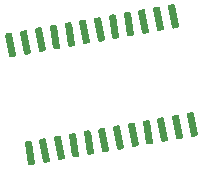
<source format=gbr>
G04 #@! TF.GenerationSoftware,KiCad,Pcbnew,(5.1.2-1)-1*
G04 #@! TF.CreationDate,2021-05-12T23:50:41-04:00*
G04 #@! TF.ProjectId,Sequencer - MFOS,53657175-656e-4636-9572-202d204d464f,rev?*
G04 #@! TF.SameCoordinates,Original*
G04 #@! TF.FileFunction,Paste,Top*
G04 #@! TF.FilePolarity,Positive*
%FSLAX46Y46*%
G04 Gerber Fmt 4.6, Leading zero omitted, Abs format (unit mm)*
G04 Created by KiCad (PCBNEW (5.1.2-1)-1) date 2021-05-12 23:50:41*
%MOMM*%
%LPD*%
G04 APERTURE LIST*
%ADD10C,0.100000*%
%ADD11C,0.600000*%
G04 APERTURE END LIST*
D10*
G36*
X42892142Y-80480194D02*
G01*
X42906652Y-80482671D01*
X42920850Y-80486558D01*
X42934598Y-80491818D01*
X42947765Y-80498401D01*
X42960223Y-80506242D01*
X42971852Y-80515267D01*
X42982541Y-80525388D01*
X42992186Y-80536508D01*
X43000695Y-80548520D01*
X43007985Y-80561308D01*
X43013987Y-80574749D01*
X43018643Y-80588714D01*
X43021907Y-80603068D01*
X43325791Y-82326482D01*
X43327633Y-82341086D01*
X43328034Y-82355801D01*
X43326991Y-82370485D01*
X43324514Y-82384995D01*
X43320627Y-82399193D01*
X43315367Y-82412941D01*
X43308784Y-82426108D01*
X43300943Y-82438565D01*
X43291918Y-82450195D01*
X43281797Y-82460884D01*
X43270677Y-82470529D01*
X43258665Y-82479038D01*
X43245877Y-82486328D01*
X43232436Y-82492330D01*
X43218471Y-82496986D01*
X43204117Y-82500250D01*
X42908675Y-82552344D01*
X42894070Y-82554186D01*
X42879356Y-82554587D01*
X42864672Y-82553544D01*
X42850162Y-82551067D01*
X42835964Y-82547180D01*
X42822216Y-82541920D01*
X42809049Y-82535337D01*
X42796591Y-82527496D01*
X42784962Y-82518471D01*
X42774273Y-82508350D01*
X42764628Y-82497230D01*
X42756119Y-82485218D01*
X42748829Y-82472430D01*
X42742827Y-82458989D01*
X42738171Y-82445024D01*
X42734907Y-82430670D01*
X42431023Y-80707256D01*
X42429181Y-80692652D01*
X42428780Y-80677937D01*
X42429823Y-80663253D01*
X42432300Y-80648743D01*
X42436187Y-80634545D01*
X42441447Y-80620797D01*
X42448030Y-80607630D01*
X42455871Y-80595173D01*
X42464896Y-80583543D01*
X42475017Y-80572854D01*
X42486137Y-80563209D01*
X42498149Y-80554700D01*
X42510937Y-80547410D01*
X42524378Y-80541408D01*
X42538343Y-80536752D01*
X42552697Y-80533488D01*
X42848139Y-80481394D01*
X42862744Y-80479552D01*
X42877458Y-80479151D01*
X42892142Y-80480194D01*
X42892142Y-80480194D01*
G37*
D11*
X42878407Y-81516869D03*
D10*
G36*
X41641436Y-80700727D02*
G01*
X41655946Y-80703204D01*
X41670144Y-80707091D01*
X41683892Y-80712351D01*
X41697059Y-80718934D01*
X41709517Y-80726775D01*
X41721146Y-80735800D01*
X41731835Y-80745921D01*
X41741480Y-80757041D01*
X41749989Y-80769053D01*
X41757279Y-80781841D01*
X41763281Y-80795282D01*
X41767937Y-80809247D01*
X41771201Y-80823601D01*
X42075085Y-82547015D01*
X42076927Y-82561619D01*
X42077328Y-82576334D01*
X42076285Y-82591018D01*
X42073808Y-82605528D01*
X42069921Y-82619726D01*
X42064661Y-82633474D01*
X42058078Y-82646641D01*
X42050237Y-82659098D01*
X42041212Y-82670728D01*
X42031091Y-82681417D01*
X42019971Y-82691062D01*
X42007959Y-82699571D01*
X41995171Y-82706861D01*
X41981730Y-82712863D01*
X41967765Y-82717519D01*
X41953411Y-82720783D01*
X41657969Y-82772877D01*
X41643364Y-82774719D01*
X41628650Y-82775120D01*
X41613966Y-82774077D01*
X41599456Y-82771600D01*
X41585258Y-82767713D01*
X41571510Y-82762453D01*
X41558343Y-82755870D01*
X41545885Y-82748029D01*
X41534256Y-82739004D01*
X41523567Y-82728883D01*
X41513922Y-82717763D01*
X41505413Y-82705751D01*
X41498123Y-82692963D01*
X41492121Y-82679522D01*
X41487465Y-82665557D01*
X41484201Y-82651203D01*
X41180317Y-80927789D01*
X41178475Y-80913185D01*
X41178074Y-80898470D01*
X41179117Y-80883786D01*
X41181594Y-80869276D01*
X41185481Y-80855078D01*
X41190741Y-80841330D01*
X41197324Y-80828163D01*
X41205165Y-80815706D01*
X41214190Y-80804076D01*
X41224311Y-80793387D01*
X41235431Y-80783742D01*
X41247443Y-80775233D01*
X41260231Y-80767943D01*
X41273672Y-80761941D01*
X41287637Y-80757285D01*
X41301991Y-80754021D01*
X41597433Y-80701927D01*
X41612038Y-80700085D01*
X41626752Y-80699684D01*
X41641436Y-80700727D01*
X41641436Y-80700727D01*
G37*
D11*
X41627701Y-81737402D03*
D10*
G36*
X40390730Y-80921260D02*
G01*
X40405240Y-80923737D01*
X40419438Y-80927624D01*
X40433186Y-80932884D01*
X40446353Y-80939467D01*
X40458811Y-80947308D01*
X40470440Y-80956333D01*
X40481129Y-80966454D01*
X40490774Y-80977574D01*
X40499283Y-80989586D01*
X40506573Y-81002374D01*
X40512575Y-81015815D01*
X40517231Y-81029780D01*
X40520495Y-81044134D01*
X40824379Y-82767548D01*
X40826221Y-82782152D01*
X40826622Y-82796867D01*
X40825579Y-82811551D01*
X40823102Y-82826061D01*
X40819215Y-82840259D01*
X40813955Y-82854007D01*
X40807372Y-82867174D01*
X40799531Y-82879631D01*
X40790506Y-82891261D01*
X40780385Y-82901950D01*
X40769265Y-82911595D01*
X40757253Y-82920104D01*
X40744465Y-82927394D01*
X40731024Y-82933396D01*
X40717059Y-82938052D01*
X40702705Y-82941316D01*
X40407263Y-82993410D01*
X40392658Y-82995252D01*
X40377944Y-82995653D01*
X40363260Y-82994610D01*
X40348750Y-82992133D01*
X40334552Y-82988246D01*
X40320804Y-82982986D01*
X40307637Y-82976403D01*
X40295179Y-82968562D01*
X40283550Y-82959537D01*
X40272861Y-82949416D01*
X40263216Y-82938296D01*
X40254707Y-82926284D01*
X40247417Y-82913496D01*
X40241415Y-82900055D01*
X40236759Y-82886090D01*
X40233495Y-82871736D01*
X39929611Y-81148322D01*
X39927769Y-81133718D01*
X39927368Y-81119003D01*
X39928411Y-81104319D01*
X39930888Y-81089809D01*
X39934775Y-81075611D01*
X39940035Y-81061863D01*
X39946618Y-81048696D01*
X39954459Y-81036239D01*
X39963484Y-81024609D01*
X39973605Y-81013920D01*
X39984725Y-81004275D01*
X39996737Y-80995766D01*
X40009525Y-80988476D01*
X40022966Y-80982474D01*
X40036931Y-80977818D01*
X40051285Y-80974554D01*
X40346727Y-80922460D01*
X40361332Y-80920618D01*
X40376046Y-80920217D01*
X40390730Y-80921260D01*
X40390730Y-80921260D01*
G37*
D11*
X40376995Y-81957935D03*
D10*
G36*
X39140025Y-81141793D02*
G01*
X39154535Y-81144270D01*
X39168733Y-81148157D01*
X39182481Y-81153417D01*
X39195648Y-81160000D01*
X39208106Y-81167841D01*
X39219735Y-81176866D01*
X39230424Y-81186987D01*
X39240069Y-81198107D01*
X39248578Y-81210119D01*
X39255868Y-81222907D01*
X39261870Y-81236348D01*
X39266526Y-81250313D01*
X39269790Y-81264667D01*
X39573674Y-82988081D01*
X39575516Y-83002685D01*
X39575917Y-83017400D01*
X39574874Y-83032084D01*
X39572397Y-83046594D01*
X39568510Y-83060792D01*
X39563250Y-83074540D01*
X39556667Y-83087707D01*
X39548826Y-83100164D01*
X39539801Y-83111794D01*
X39529680Y-83122483D01*
X39518560Y-83132128D01*
X39506548Y-83140637D01*
X39493760Y-83147927D01*
X39480319Y-83153929D01*
X39466354Y-83158585D01*
X39452000Y-83161849D01*
X39156558Y-83213943D01*
X39141953Y-83215785D01*
X39127239Y-83216186D01*
X39112555Y-83215143D01*
X39098045Y-83212666D01*
X39083847Y-83208779D01*
X39070099Y-83203519D01*
X39056932Y-83196936D01*
X39044474Y-83189095D01*
X39032845Y-83180070D01*
X39022156Y-83169949D01*
X39012511Y-83158829D01*
X39004002Y-83146817D01*
X38996712Y-83134029D01*
X38990710Y-83120588D01*
X38986054Y-83106623D01*
X38982790Y-83092269D01*
X38678906Y-81368855D01*
X38677064Y-81354251D01*
X38676663Y-81339536D01*
X38677706Y-81324852D01*
X38680183Y-81310342D01*
X38684070Y-81296144D01*
X38689330Y-81282396D01*
X38695913Y-81269229D01*
X38703754Y-81256772D01*
X38712779Y-81245142D01*
X38722900Y-81234453D01*
X38734020Y-81224808D01*
X38746032Y-81216299D01*
X38758820Y-81209009D01*
X38772261Y-81203007D01*
X38786226Y-81198351D01*
X38800580Y-81195087D01*
X39096022Y-81142993D01*
X39110627Y-81141151D01*
X39125341Y-81140750D01*
X39140025Y-81141793D01*
X39140025Y-81141793D01*
G37*
D11*
X39126290Y-82178468D03*
D10*
G36*
X37889319Y-81362326D02*
G01*
X37903829Y-81364803D01*
X37918027Y-81368690D01*
X37931775Y-81373950D01*
X37944942Y-81380533D01*
X37957400Y-81388374D01*
X37969029Y-81397399D01*
X37979718Y-81407520D01*
X37989363Y-81418640D01*
X37997872Y-81430652D01*
X38005162Y-81443440D01*
X38011164Y-81456881D01*
X38015820Y-81470846D01*
X38019084Y-81485200D01*
X38322968Y-83208614D01*
X38324810Y-83223218D01*
X38325211Y-83237933D01*
X38324168Y-83252617D01*
X38321691Y-83267127D01*
X38317804Y-83281325D01*
X38312544Y-83295073D01*
X38305961Y-83308240D01*
X38298120Y-83320697D01*
X38289095Y-83332327D01*
X38278974Y-83343016D01*
X38267854Y-83352661D01*
X38255842Y-83361170D01*
X38243054Y-83368460D01*
X38229613Y-83374462D01*
X38215648Y-83379118D01*
X38201294Y-83382382D01*
X37905852Y-83434476D01*
X37891247Y-83436318D01*
X37876533Y-83436719D01*
X37861849Y-83435676D01*
X37847339Y-83433199D01*
X37833141Y-83429312D01*
X37819393Y-83424052D01*
X37806226Y-83417469D01*
X37793768Y-83409628D01*
X37782139Y-83400603D01*
X37771450Y-83390482D01*
X37761805Y-83379362D01*
X37753296Y-83367350D01*
X37746006Y-83354562D01*
X37740004Y-83341121D01*
X37735348Y-83327156D01*
X37732084Y-83312802D01*
X37428200Y-81589388D01*
X37426358Y-81574784D01*
X37425957Y-81560069D01*
X37427000Y-81545385D01*
X37429477Y-81530875D01*
X37433364Y-81516677D01*
X37438624Y-81502929D01*
X37445207Y-81489762D01*
X37453048Y-81477305D01*
X37462073Y-81465675D01*
X37472194Y-81454986D01*
X37483314Y-81445341D01*
X37495326Y-81436832D01*
X37508114Y-81429542D01*
X37521555Y-81423540D01*
X37535520Y-81418884D01*
X37549874Y-81415620D01*
X37845316Y-81363526D01*
X37859921Y-81361684D01*
X37874635Y-81361283D01*
X37889319Y-81362326D01*
X37889319Y-81362326D01*
G37*
D11*
X37875584Y-82399001D03*
D10*
G36*
X36638613Y-81582859D02*
G01*
X36653123Y-81585336D01*
X36667321Y-81589223D01*
X36681069Y-81594483D01*
X36694236Y-81601066D01*
X36706694Y-81608907D01*
X36718323Y-81617932D01*
X36729012Y-81628053D01*
X36738657Y-81639173D01*
X36747166Y-81651185D01*
X36754456Y-81663973D01*
X36760458Y-81677414D01*
X36765114Y-81691379D01*
X36768378Y-81705733D01*
X37072262Y-83429147D01*
X37074104Y-83443751D01*
X37074505Y-83458466D01*
X37073462Y-83473150D01*
X37070985Y-83487660D01*
X37067098Y-83501858D01*
X37061838Y-83515606D01*
X37055255Y-83528773D01*
X37047414Y-83541230D01*
X37038389Y-83552860D01*
X37028268Y-83563549D01*
X37017148Y-83573194D01*
X37005136Y-83581703D01*
X36992348Y-83588993D01*
X36978907Y-83594995D01*
X36964942Y-83599651D01*
X36950588Y-83602915D01*
X36655146Y-83655009D01*
X36640541Y-83656851D01*
X36625827Y-83657252D01*
X36611143Y-83656209D01*
X36596633Y-83653732D01*
X36582435Y-83649845D01*
X36568687Y-83644585D01*
X36555520Y-83638002D01*
X36543062Y-83630161D01*
X36531433Y-83621136D01*
X36520744Y-83611015D01*
X36511099Y-83599895D01*
X36502590Y-83587883D01*
X36495300Y-83575095D01*
X36489298Y-83561654D01*
X36484642Y-83547689D01*
X36481378Y-83533335D01*
X36177494Y-81809921D01*
X36175652Y-81795317D01*
X36175251Y-81780602D01*
X36176294Y-81765918D01*
X36178771Y-81751408D01*
X36182658Y-81737210D01*
X36187918Y-81723462D01*
X36194501Y-81710295D01*
X36202342Y-81697838D01*
X36211367Y-81686208D01*
X36221488Y-81675519D01*
X36232608Y-81665874D01*
X36244620Y-81657365D01*
X36257408Y-81650075D01*
X36270849Y-81644073D01*
X36284814Y-81639417D01*
X36299168Y-81636153D01*
X36594610Y-81584059D01*
X36609215Y-81582217D01*
X36623929Y-81581816D01*
X36638613Y-81582859D01*
X36638613Y-81582859D01*
G37*
D11*
X36624878Y-82619534D03*
D10*
G36*
X35387907Y-81803393D02*
G01*
X35402417Y-81805870D01*
X35416615Y-81809757D01*
X35430363Y-81815017D01*
X35443530Y-81821600D01*
X35455988Y-81829441D01*
X35467617Y-81838466D01*
X35478306Y-81848587D01*
X35487951Y-81859707D01*
X35496460Y-81871719D01*
X35503750Y-81884507D01*
X35509752Y-81897948D01*
X35514408Y-81911913D01*
X35517672Y-81926267D01*
X35821556Y-83649681D01*
X35823398Y-83664285D01*
X35823799Y-83679000D01*
X35822756Y-83693684D01*
X35820279Y-83708194D01*
X35816392Y-83722392D01*
X35811132Y-83736140D01*
X35804549Y-83749307D01*
X35796708Y-83761764D01*
X35787683Y-83773394D01*
X35777562Y-83784083D01*
X35766442Y-83793728D01*
X35754430Y-83802237D01*
X35741642Y-83809527D01*
X35728201Y-83815529D01*
X35714236Y-83820185D01*
X35699882Y-83823449D01*
X35404440Y-83875543D01*
X35389835Y-83877385D01*
X35375121Y-83877786D01*
X35360437Y-83876743D01*
X35345927Y-83874266D01*
X35331729Y-83870379D01*
X35317981Y-83865119D01*
X35304814Y-83858536D01*
X35292356Y-83850695D01*
X35280727Y-83841670D01*
X35270038Y-83831549D01*
X35260393Y-83820429D01*
X35251884Y-83808417D01*
X35244594Y-83795629D01*
X35238592Y-83782188D01*
X35233936Y-83768223D01*
X35230672Y-83753869D01*
X34926788Y-82030455D01*
X34924946Y-82015851D01*
X34924545Y-82001136D01*
X34925588Y-81986452D01*
X34928065Y-81971942D01*
X34931952Y-81957744D01*
X34937212Y-81943996D01*
X34943795Y-81930829D01*
X34951636Y-81918372D01*
X34960661Y-81906742D01*
X34970782Y-81896053D01*
X34981902Y-81886408D01*
X34993914Y-81877899D01*
X35006702Y-81870609D01*
X35020143Y-81864607D01*
X35034108Y-81859951D01*
X35048462Y-81856687D01*
X35343904Y-81804593D01*
X35358509Y-81802751D01*
X35373223Y-81802350D01*
X35387907Y-81803393D01*
X35387907Y-81803393D01*
G37*
D11*
X35374172Y-82840068D03*
D10*
G36*
X34137201Y-82023926D02*
G01*
X34151711Y-82026403D01*
X34165909Y-82030290D01*
X34179657Y-82035550D01*
X34192824Y-82042133D01*
X34205282Y-82049974D01*
X34216911Y-82058999D01*
X34227600Y-82069120D01*
X34237245Y-82080240D01*
X34245754Y-82092252D01*
X34253044Y-82105040D01*
X34259046Y-82118481D01*
X34263702Y-82132446D01*
X34266966Y-82146800D01*
X34570850Y-83870214D01*
X34572692Y-83884818D01*
X34573093Y-83899533D01*
X34572050Y-83914217D01*
X34569573Y-83928727D01*
X34565686Y-83942925D01*
X34560426Y-83956673D01*
X34553843Y-83969840D01*
X34546002Y-83982297D01*
X34536977Y-83993927D01*
X34526856Y-84004616D01*
X34515736Y-84014261D01*
X34503724Y-84022770D01*
X34490936Y-84030060D01*
X34477495Y-84036062D01*
X34463530Y-84040718D01*
X34449176Y-84043982D01*
X34153734Y-84096076D01*
X34139129Y-84097918D01*
X34124415Y-84098319D01*
X34109731Y-84097276D01*
X34095221Y-84094799D01*
X34081023Y-84090912D01*
X34067275Y-84085652D01*
X34054108Y-84079069D01*
X34041650Y-84071228D01*
X34030021Y-84062203D01*
X34019332Y-84052082D01*
X34009687Y-84040962D01*
X34001178Y-84028950D01*
X33993888Y-84016162D01*
X33987886Y-84002721D01*
X33983230Y-83988756D01*
X33979966Y-83974402D01*
X33676082Y-82250988D01*
X33674240Y-82236384D01*
X33673839Y-82221669D01*
X33674882Y-82206985D01*
X33677359Y-82192475D01*
X33681246Y-82178277D01*
X33686506Y-82164529D01*
X33693089Y-82151362D01*
X33700930Y-82138905D01*
X33709955Y-82127275D01*
X33720076Y-82116586D01*
X33731196Y-82106941D01*
X33743208Y-82098432D01*
X33755996Y-82091142D01*
X33769437Y-82085140D01*
X33783402Y-82080484D01*
X33797756Y-82077220D01*
X34093198Y-82025126D01*
X34107803Y-82023284D01*
X34122517Y-82022883D01*
X34137201Y-82023926D01*
X34137201Y-82023926D01*
G37*
D11*
X34123466Y-83060601D03*
D10*
G36*
X32886495Y-82244459D02*
G01*
X32901005Y-82246936D01*
X32915203Y-82250823D01*
X32928951Y-82256083D01*
X32942118Y-82262666D01*
X32954576Y-82270507D01*
X32966205Y-82279532D01*
X32976894Y-82289653D01*
X32986539Y-82300773D01*
X32995048Y-82312785D01*
X33002338Y-82325573D01*
X33008340Y-82339014D01*
X33012996Y-82352979D01*
X33016260Y-82367333D01*
X33320144Y-84090747D01*
X33321986Y-84105351D01*
X33322387Y-84120066D01*
X33321344Y-84134750D01*
X33318867Y-84149260D01*
X33314980Y-84163458D01*
X33309720Y-84177206D01*
X33303137Y-84190373D01*
X33295296Y-84202830D01*
X33286271Y-84214460D01*
X33276150Y-84225149D01*
X33265030Y-84234794D01*
X33253018Y-84243303D01*
X33240230Y-84250593D01*
X33226789Y-84256595D01*
X33212824Y-84261251D01*
X33198470Y-84264515D01*
X32903028Y-84316609D01*
X32888423Y-84318451D01*
X32873709Y-84318852D01*
X32859025Y-84317809D01*
X32844515Y-84315332D01*
X32830317Y-84311445D01*
X32816569Y-84306185D01*
X32803402Y-84299602D01*
X32790944Y-84291761D01*
X32779315Y-84282736D01*
X32768626Y-84272615D01*
X32758981Y-84261495D01*
X32750472Y-84249483D01*
X32743182Y-84236695D01*
X32737180Y-84223254D01*
X32732524Y-84209289D01*
X32729260Y-84194935D01*
X32425376Y-82471521D01*
X32423534Y-82456917D01*
X32423133Y-82442202D01*
X32424176Y-82427518D01*
X32426653Y-82413008D01*
X32430540Y-82398810D01*
X32435800Y-82385062D01*
X32442383Y-82371895D01*
X32450224Y-82359438D01*
X32459249Y-82347808D01*
X32469370Y-82337119D01*
X32480490Y-82327474D01*
X32492502Y-82318965D01*
X32505290Y-82311675D01*
X32518731Y-82305673D01*
X32532696Y-82301017D01*
X32547050Y-82297753D01*
X32842492Y-82245659D01*
X32857097Y-82243817D01*
X32871811Y-82243416D01*
X32886495Y-82244459D01*
X32886495Y-82244459D01*
G37*
D11*
X32872760Y-83281134D03*
D10*
G36*
X31635790Y-82464992D02*
G01*
X31650300Y-82467469D01*
X31664498Y-82471356D01*
X31678246Y-82476616D01*
X31691413Y-82483199D01*
X31703871Y-82491040D01*
X31715500Y-82500065D01*
X31726189Y-82510186D01*
X31735834Y-82521306D01*
X31744343Y-82533318D01*
X31751633Y-82546106D01*
X31757635Y-82559547D01*
X31762291Y-82573512D01*
X31765555Y-82587866D01*
X32069439Y-84311280D01*
X32071281Y-84325884D01*
X32071682Y-84340599D01*
X32070639Y-84355283D01*
X32068162Y-84369793D01*
X32064275Y-84383991D01*
X32059015Y-84397739D01*
X32052432Y-84410906D01*
X32044591Y-84423363D01*
X32035566Y-84434993D01*
X32025445Y-84445682D01*
X32014325Y-84455327D01*
X32002313Y-84463836D01*
X31989525Y-84471126D01*
X31976084Y-84477128D01*
X31962119Y-84481784D01*
X31947765Y-84485048D01*
X31652323Y-84537142D01*
X31637718Y-84538984D01*
X31623004Y-84539385D01*
X31608320Y-84538342D01*
X31593810Y-84535865D01*
X31579612Y-84531978D01*
X31565864Y-84526718D01*
X31552697Y-84520135D01*
X31540239Y-84512294D01*
X31528610Y-84503269D01*
X31517921Y-84493148D01*
X31508276Y-84482028D01*
X31499767Y-84470016D01*
X31492477Y-84457228D01*
X31486475Y-84443787D01*
X31481819Y-84429822D01*
X31478555Y-84415468D01*
X31174671Y-82692054D01*
X31172829Y-82677450D01*
X31172428Y-82662735D01*
X31173471Y-82648051D01*
X31175948Y-82633541D01*
X31179835Y-82619343D01*
X31185095Y-82605595D01*
X31191678Y-82592428D01*
X31199519Y-82579971D01*
X31208544Y-82568341D01*
X31218665Y-82557652D01*
X31229785Y-82548007D01*
X31241797Y-82539498D01*
X31254585Y-82532208D01*
X31268026Y-82526206D01*
X31281991Y-82521550D01*
X31296345Y-82518286D01*
X31591787Y-82466192D01*
X31606392Y-82464350D01*
X31621106Y-82463949D01*
X31635790Y-82464992D01*
X31635790Y-82464992D01*
G37*
D11*
X31622055Y-83501667D03*
D10*
G36*
X30385084Y-82685525D02*
G01*
X30399594Y-82688002D01*
X30413792Y-82691889D01*
X30427540Y-82697149D01*
X30440707Y-82703732D01*
X30453165Y-82711573D01*
X30464794Y-82720598D01*
X30475483Y-82730719D01*
X30485128Y-82741839D01*
X30493637Y-82753851D01*
X30500927Y-82766639D01*
X30506929Y-82780080D01*
X30511585Y-82794045D01*
X30514849Y-82808399D01*
X30818733Y-84531813D01*
X30820575Y-84546417D01*
X30820976Y-84561132D01*
X30819933Y-84575816D01*
X30817456Y-84590326D01*
X30813569Y-84604524D01*
X30808309Y-84618272D01*
X30801726Y-84631439D01*
X30793885Y-84643896D01*
X30784860Y-84655526D01*
X30774739Y-84666215D01*
X30763619Y-84675860D01*
X30751607Y-84684369D01*
X30738819Y-84691659D01*
X30725378Y-84697661D01*
X30711413Y-84702317D01*
X30697059Y-84705581D01*
X30401617Y-84757675D01*
X30387012Y-84759517D01*
X30372298Y-84759918D01*
X30357614Y-84758875D01*
X30343104Y-84756398D01*
X30328906Y-84752511D01*
X30315158Y-84747251D01*
X30301991Y-84740668D01*
X30289533Y-84732827D01*
X30277904Y-84723802D01*
X30267215Y-84713681D01*
X30257570Y-84702561D01*
X30249061Y-84690549D01*
X30241771Y-84677761D01*
X30235769Y-84664320D01*
X30231113Y-84650355D01*
X30227849Y-84636001D01*
X29923965Y-82912587D01*
X29922123Y-82897983D01*
X29921722Y-82883268D01*
X29922765Y-82868584D01*
X29925242Y-82854074D01*
X29929129Y-82839876D01*
X29934389Y-82826128D01*
X29940972Y-82812961D01*
X29948813Y-82800504D01*
X29957838Y-82788874D01*
X29967959Y-82778185D01*
X29979079Y-82768540D01*
X29991091Y-82760031D01*
X30003879Y-82752741D01*
X30017320Y-82746739D01*
X30031285Y-82742083D01*
X30045639Y-82738819D01*
X30341081Y-82686725D01*
X30355686Y-82684883D01*
X30370400Y-82684482D01*
X30385084Y-82685525D01*
X30385084Y-82685525D01*
G37*
D11*
X30371349Y-83722200D03*
D10*
G36*
X29134378Y-82906059D02*
G01*
X29148888Y-82908536D01*
X29163086Y-82912423D01*
X29176834Y-82917683D01*
X29190001Y-82924266D01*
X29202459Y-82932107D01*
X29214088Y-82941132D01*
X29224777Y-82951253D01*
X29234422Y-82962373D01*
X29242931Y-82974385D01*
X29250221Y-82987173D01*
X29256223Y-83000614D01*
X29260879Y-83014579D01*
X29264143Y-83028933D01*
X29568027Y-84752347D01*
X29569869Y-84766951D01*
X29570270Y-84781666D01*
X29569227Y-84796350D01*
X29566750Y-84810860D01*
X29562863Y-84825058D01*
X29557603Y-84838806D01*
X29551020Y-84851973D01*
X29543179Y-84864430D01*
X29534154Y-84876060D01*
X29524033Y-84886749D01*
X29512913Y-84896394D01*
X29500901Y-84904903D01*
X29488113Y-84912193D01*
X29474672Y-84918195D01*
X29460707Y-84922851D01*
X29446353Y-84926115D01*
X29150911Y-84978209D01*
X29136306Y-84980051D01*
X29121592Y-84980452D01*
X29106908Y-84979409D01*
X29092398Y-84976932D01*
X29078200Y-84973045D01*
X29064452Y-84967785D01*
X29051285Y-84961202D01*
X29038827Y-84953361D01*
X29027198Y-84944336D01*
X29016509Y-84934215D01*
X29006864Y-84923095D01*
X28998355Y-84911083D01*
X28991065Y-84898295D01*
X28985063Y-84884854D01*
X28980407Y-84870889D01*
X28977143Y-84856535D01*
X28673259Y-83133121D01*
X28671417Y-83118517D01*
X28671016Y-83103802D01*
X28672059Y-83089118D01*
X28674536Y-83074608D01*
X28678423Y-83060410D01*
X28683683Y-83046662D01*
X28690266Y-83033495D01*
X28698107Y-83021038D01*
X28707132Y-83009408D01*
X28717253Y-82998719D01*
X28728373Y-82989074D01*
X28740385Y-82980565D01*
X28753173Y-82973275D01*
X28766614Y-82967273D01*
X28780579Y-82962617D01*
X28794933Y-82959353D01*
X29090375Y-82907259D01*
X29104980Y-82905417D01*
X29119694Y-82905016D01*
X29134378Y-82906059D01*
X29134378Y-82906059D01*
G37*
D11*
X29120643Y-83942734D03*
D10*
G36*
X27519450Y-73747346D02*
G01*
X27533960Y-73749823D01*
X27548158Y-73753710D01*
X27561906Y-73758970D01*
X27575073Y-73765553D01*
X27587531Y-73773394D01*
X27599160Y-73782419D01*
X27609849Y-73792540D01*
X27619494Y-73803660D01*
X27628003Y-73815672D01*
X27635293Y-73828460D01*
X27641295Y-73841901D01*
X27645951Y-73855866D01*
X27649215Y-73870220D01*
X27953099Y-75593634D01*
X27954941Y-75608238D01*
X27955342Y-75622953D01*
X27954299Y-75637637D01*
X27951822Y-75652147D01*
X27947935Y-75666345D01*
X27942675Y-75680093D01*
X27936092Y-75693260D01*
X27928251Y-75705717D01*
X27919226Y-75717347D01*
X27909105Y-75728036D01*
X27897985Y-75737681D01*
X27885973Y-75746190D01*
X27873185Y-75753480D01*
X27859744Y-75759482D01*
X27845779Y-75764138D01*
X27831425Y-75767402D01*
X27535983Y-75819496D01*
X27521378Y-75821338D01*
X27506664Y-75821739D01*
X27491980Y-75820696D01*
X27477470Y-75818219D01*
X27463272Y-75814332D01*
X27449524Y-75809072D01*
X27436357Y-75802489D01*
X27423899Y-75794648D01*
X27412270Y-75785623D01*
X27401581Y-75775502D01*
X27391936Y-75764382D01*
X27383427Y-75752370D01*
X27376137Y-75739582D01*
X27370135Y-75726141D01*
X27365479Y-75712176D01*
X27362215Y-75697822D01*
X27058331Y-73974408D01*
X27056489Y-73959804D01*
X27056088Y-73945089D01*
X27057131Y-73930405D01*
X27059608Y-73915895D01*
X27063495Y-73901697D01*
X27068755Y-73887949D01*
X27075338Y-73874782D01*
X27083179Y-73862325D01*
X27092204Y-73850695D01*
X27102325Y-73840006D01*
X27113445Y-73830361D01*
X27125457Y-73821852D01*
X27138245Y-73814562D01*
X27151686Y-73808560D01*
X27165651Y-73803904D01*
X27180005Y-73800640D01*
X27475447Y-73748546D01*
X27490052Y-73746704D01*
X27504766Y-73746303D01*
X27519450Y-73747346D01*
X27519450Y-73747346D01*
G37*
D11*
X27505715Y-74784021D03*
D10*
G36*
X28770156Y-73526813D02*
G01*
X28784666Y-73529290D01*
X28798864Y-73533177D01*
X28812612Y-73538437D01*
X28825779Y-73545020D01*
X28838237Y-73552861D01*
X28849866Y-73561886D01*
X28860555Y-73572007D01*
X28870200Y-73583127D01*
X28878709Y-73595139D01*
X28885999Y-73607927D01*
X28892001Y-73621368D01*
X28896657Y-73635333D01*
X28899921Y-73649687D01*
X29203805Y-75373101D01*
X29205647Y-75387705D01*
X29206048Y-75402420D01*
X29205005Y-75417104D01*
X29202528Y-75431614D01*
X29198641Y-75445812D01*
X29193381Y-75459560D01*
X29186798Y-75472727D01*
X29178957Y-75485184D01*
X29169932Y-75496814D01*
X29159811Y-75507503D01*
X29148691Y-75517148D01*
X29136679Y-75525657D01*
X29123891Y-75532947D01*
X29110450Y-75538949D01*
X29096485Y-75543605D01*
X29082131Y-75546869D01*
X28786689Y-75598963D01*
X28772084Y-75600805D01*
X28757370Y-75601206D01*
X28742686Y-75600163D01*
X28728176Y-75597686D01*
X28713978Y-75593799D01*
X28700230Y-75588539D01*
X28687063Y-75581956D01*
X28674605Y-75574115D01*
X28662976Y-75565090D01*
X28652287Y-75554969D01*
X28642642Y-75543849D01*
X28634133Y-75531837D01*
X28626843Y-75519049D01*
X28620841Y-75505608D01*
X28616185Y-75491643D01*
X28612921Y-75477289D01*
X28309037Y-73753875D01*
X28307195Y-73739271D01*
X28306794Y-73724556D01*
X28307837Y-73709872D01*
X28310314Y-73695362D01*
X28314201Y-73681164D01*
X28319461Y-73667416D01*
X28326044Y-73654249D01*
X28333885Y-73641792D01*
X28342910Y-73630162D01*
X28353031Y-73619473D01*
X28364151Y-73609828D01*
X28376163Y-73601319D01*
X28388951Y-73594029D01*
X28402392Y-73588027D01*
X28416357Y-73583371D01*
X28430711Y-73580107D01*
X28726153Y-73528013D01*
X28740758Y-73526171D01*
X28755472Y-73525770D01*
X28770156Y-73526813D01*
X28770156Y-73526813D01*
G37*
D11*
X28756421Y-74563488D03*
D10*
G36*
X30020862Y-73306280D02*
G01*
X30035372Y-73308757D01*
X30049570Y-73312644D01*
X30063318Y-73317904D01*
X30076485Y-73324487D01*
X30088943Y-73332328D01*
X30100572Y-73341353D01*
X30111261Y-73351474D01*
X30120906Y-73362594D01*
X30129415Y-73374606D01*
X30136705Y-73387394D01*
X30142707Y-73400835D01*
X30147363Y-73414800D01*
X30150627Y-73429154D01*
X30454511Y-75152568D01*
X30456353Y-75167172D01*
X30456754Y-75181887D01*
X30455711Y-75196571D01*
X30453234Y-75211081D01*
X30449347Y-75225279D01*
X30444087Y-75239027D01*
X30437504Y-75252194D01*
X30429663Y-75264651D01*
X30420638Y-75276281D01*
X30410517Y-75286970D01*
X30399397Y-75296615D01*
X30387385Y-75305124D01*
X30374597Y-75312414D01*
X30361156Y-75318416D01*
X30347191Y-75323072D01*
X30332837Y-75326336D01*
X30037395Y-75378430D01*
X30022790Y-75380272D01*
X30008076Y-75380673D01*
X29993392Y-75379630D01*
X29978882Y-75377153D01*
X29964684Y-75373266D01*
X29950936Y-75368006D01*
X29937769Y-75361423D01*
X29925311Y-75353582D01*
X29913682Y-75344557D01*
X29902993Y-75334436D01*
X29893348Y-75323316D01*
X29884839Y-75311304D01*
X29877549Y-75298516D01*
X29871547Y-75285075D01*
X29866891Y-75271110D01*
X29863627Y-75256756D01*
X29559743Y-73533342D01*
X29557901Y-73518738D01*
X29557500Y-73504023D01*
X29558543Y-73489339D01*
X29561020Y-73474829D01*
X29564907Y-73460631D01*
X29570167Y-73446883D01*
X29576750Y-73433716D01*
X29584591Y-73421259D01*
X29593616Y-73409629D01*
X29603737Y-73398940D01*
X29614857Y-73389295D01*
X29626869Y-73380786D01*
X29639657Y-73373496D01*
X29653098Y-73367494D01*
X29667063Y-73362838D01*
X29681417Y-73359574D01*
X29976859Y-73307480D01*
X29991464Y-73305638D01*
X30006178Y-73305237D01*
X30020862Y-73306280D01*
X30020862Y-73306280D01*
G37*
D11*
X30007127Y-74342955D03*
D10*
G36*
X31271567Y-73085747D02*
G01*
X31286077Y-73088224D01*
X31300275Y-73092111D01*
X31314023Y-73097371D01*
X31327190Y-73103954D01*
X31339648Y-73111795D01*
X31351277Y-73120820D01*
X31361966Y-73130941D01*
X31371611Y-73142061D01*
X31380120Y-73154073D01*
X31387410Y-73166861D01*
X31393412Y-73180302D01*
X31398068Y-73194267D01*
X31401332Y-73208621D01*
X31705216Y-74932035D01*
X31707058Y-74946639D01*
X31707459Y-74961354D01*
X31706416Y-74976038D01*
X31703939Y-74990548D01*
X31700052Y-75004746D01*
X31694792Y-75018494D01*
X31688209Y-75031661D01*
X31680368Y-75044118D01*
X31671343Y-75055748D01*
X31661222Y-75066437D01*
X31650102Y-75076082D01*
X31638090Y-75084591D01*
X31625302Y-75091881D01*
X31611861Y-75097883D01*
X31597896Y-75102539D01*
X31583542Y-75105803D01*
X31288100Y-75157897D01*
X31273495Y-75159739D01*
X31258781Y-75160140D01*
X31244097Y-75159097D01*
X31229587Y-75156620D01*
X31215389Y-75152733D01*
X31201641Y-75147473D01*
X31188474Y-75140890D01*
X31176016Y-75133049D01*
X31164387Y-75124024D01*
X31153698Y-75113903D01*
X31144053Y-75102783D01*
X31135544Y-75090771D01*
X31128254Y-75077983D01*
X31122252Y-75064542D01*
X31117596Y-75050577D01*
X31114332Y-75036223D01*
X30810448Y-73312809D01*
X30808606Y-73298205D01*
X30808205Y-73283490D01*
X30809248Y-73268806D01*
X30811725Y-73254296D01*
X30815612Y-73240098D01*
X30820872Y-73226350D01*
X30827455Y-73213183D01*
X30835296Y-73200726D01*
X30844321Y-73189096D01*
X30854442Y-73178407D01*
X30865562Y-73168762D01*
X30877574Y-73160253D01*
X30890362Y-73152963D01*
X30903803Y-73146961D01*
X30917768Y-73142305D01*
X30932122Y-73139041D01*
X31227564Y-73086947D01*
X31242169Y-73085105D01*
X31256883Y-73084704D01*
X31271567Y-73085747D01*
X31271567Y-73085747D01*
G37*
D11*
X31257832Y-74122422D03*
D10*
G36*
X32522273Y-72865214D02*
G01*
X32536783Y-72867691D01*
X32550981Y-72871578D01*
X32564729Y-72876838D01*
X32577896Y-72883421D01*
X32590354Y-72891262D01*
X32601983Y-72900287D01*
X32612672Y-72910408D01*
X32622317Y-72921528D01*
X32630826Y-72933540D01*
X32638116Y-72946328D01*
X32644118Y-72959769D01*
X32648774Y-72973734D01*
X32652038Y-72988088D01*
X32955922Y-74711502D01*
X32957764Y-74726106D01*
X32958165Y-74740821D01*
X32957122Y-74755505D01*
X32954645Y-74770015D01*
X32950758Y-74784213D01*
X32945498Y-74797961D01*
X32938915Y-74811128D01*
X32931074Y-74823585D01*
X32922049Y-74835215D01*
X32911928Y-74845904D01*
X32900808Y-74855549D01*
X32888796Y-74864058D01*
X32876008Y-74871348D01*
X32862567Y-74877350D01*
X32848602Y-74882006D01*
X32834248Y-74885270D01*
X32538806Y-74937364D01*
X32524201Y-74939206D01*
X32509487Y-74939607D01*
X32494803Y-74938564D01*
X32480293Y-74936087D01*
X32466095Y-74932200D01*
X32452347Y-74926940D01*
X32439180Y-74920357D01*
X32426722Y-74912516D01*
X32415093Y-74903491D01*
X32404404Y-74893370D01*
X32394759Y-74882250D01*
X32386250Y-74870238D01*
X32378960Y-74857450D01*
X32372958Y-74844009D01*
X32368302Y-74830044D01*
X32365038Y-74815690D01*
X32061154Y-73092276D01*
X32059312Y-73077672D01*
X32058911Y-73062957D01*
X32059954Y-73048273D01*
X32062431Y-73033763D01*
X32066318Y-73019565D01*
X32071578Y-73005817D01*
X32078161Y-72992650D01*
X32086002Y-72980193D01*
X32095027Y-72968563D01*
X32105148Y-72957874D01*
X32116268Y-72948229D01*
X32128280Y-72939720D01*
X32141068Y-72932430D01*
X32154509Y-72926428D01*
X32168474Y-72921772D01*
X32182828Y-72918508D01*
X32478270Y-72866414D01*
X32492875Y-72864572D01*
X32507589Y-72864171D01*
X32522273Y-72865214D01*
X32522273Y-72865214D01*
G37*
D11*
X32508538Y-73901889D03*
D10*
G36*
X33772979Y-72644681D02*
G01*
X33787489Y-72647158D01*
X33801687Y-72651045D01*
X33815435Y-72656305D01*
X33828602Y-72662888D01*
X33841060Y-72670729D01*
X33852689Y-72679754D01*
X33863378Y-72689875D01*
X33873023Y-72700995D01*
X33881532Y-72713007D01*
X33888822Y-72725795D01*
X33894824Y-72739236D01*
X33899480Y-72753201D01*
X33902744Y-72767555D01*
X34206628Y-74490969D01*
X34208470Y-74505573D01*
X34208871Y-74520288D01*
X34207828Y-74534972D01*
X34205351Y-74549482D01*
X34201464Y-74563680D01*
X34196204Y-74577428D01*
X34189621Y-74590595D01*
X34181780Y-74603052D01*
X34172755Y-74614682D01*
X34162634Y-74625371D01*
X34151514Y-74635016D01*
X34139502Y-74643525D01*
X34126714Y-74650815D01*
X34113273Y-74656817D01*
X34099308Y-74661473D01*
X34084954Y-74664737D01*
X33789512Y-74716831D01*
X33774907Y-74718673D01*
X33760193Y-74719074D01*
X33745509Y-74718031D01*
X33730999Y-74715554D01*
X33716801Y-74711667D01*
X33703053Y-74706407D01*
X33689886Y-74699824D01*
X33677428Y-74691983D01*
X33665799Y-74682958D01*
X33655110Y-74672837D01*
X33645465Y-74661717D01*
X33636956Y-74649705D01*
X33629666Y-74636917D01*
X33623664Y-74623476D01*
X33619008Y-74609511D01*
X33615744Y-74595157D01*
X33311860Y-72871743D01*
X33310018Y-72857139D01*
X33309617Y-72842424D01*
X33310660Y-72827740D01*
X33313137Y-72813230D01*
X33317024Y-72799032D01*
X33322284Y-72785284D01*
X33328867Y-72772117D01*
X33336708Y-72759660D01*
X33345733Y-72748030D01*
X33355854Y-72737341D01*
X33366974Y-72727696D01*
X33378986Y-72719187D01*
X33391774Y-72711897D01*
X33405215Y-72705895D01*
X33419180Y-72701239D01*
X33433534Y-72697975D01*
X33728976Y-72645881D01*
X33743581Y-72644039D01*
X33758295Y-72643638D01*
X33772979Y-72644681D01*
X33772979Y-72644681D01*
G37*
D11*
X33759244Y-73681356D03*
D10*
G36*
X35023685Y-72424147D02*
G01*
X35038195Y-72426624D01*
X35052393Y-72430511D01*
X35066141Y-72435771D01*
X35079308Y-72442354D01*
X35091766Y-72450195D01*
X35103395Y-72459220D01*
X35114084Y-72469341D01*
X35123729Y-72480461D01*
X35132238Y-72492473D01*
X35139528Y-72505261D01*
X35145530Y-72518702D01*
X35150186Y-72532667D01*
X35153450Y-72547021D01*
X35457334Y-74270435D01*
X35459176Y-74285039D01*
X35459577Y-74299754D01*
X35458534Y-74314438D01*
X35456057Y-74328948D01*
X35452170Y-74343146D01*
X35446910Y-74356894D01*
X35440327Y-74370061D01*
X35432486Y-74382518D01*
X35423461Y-74394148D01*
X35413340Y-74404837D01*
X35402220Y-74414482D01*
X35390208Y-74422991D01*
X35377420Y-74430281D01*
X35363979Y-74436283D01*
X35350014Y-74440939D01*
X35335660Y-74444203D01*
X35040218Y-74496297D01*
X35025613Y-74498139D01*
X35010899Y-74498540D01*
X34996215Y-74497497D01*
X34981705Y-74495020D01*
X34967507Y-74491133D01*
X34953759Y-74485873D01*
X34940592Y-74479290D01*
X34928134Y-74471449D01*
X34916505Y-74462424D01*
X34905816Y-74452303D01*
X34896171Y-74441183D01*
X34887662Y-74429171D01*
X34880372Y-74416383D01*
X34874370Y-74402942D01*
X34869714Y-74388977D01*
X34866450Y-74374623D01*
X34562566Y-72651209D01*
X34560724Y-72636605D01*
X34560323Y-72621890D01*
X34561366Y-72607206D01*
X34563843Y-72592696D01*
X34567730Y-72578498D01*
X34572990Y-72564750D01*
X34579573Y-72551583D01*
X34587414Y-72539126D01*
X34596439Y-72527496D01*
X34606560Y-72516807D01*
X34617680Y-72507162D01*
X34629692Y-72498653D01*
X34642480Y-72491363D01*
X34655921Y-72485361D01*
X34669886Y-72480705D01*
X34684240Y-72477441D01*
X34979682Y-72425347D01*
X34994287Y-72423505D01*
X35009001Y-72423104D01*
X35023685Y-72424147D01*
X35023685Y-72424147D01*
G37*
D11*
X35009950Y-73460822D03*
D10*
G36*
X36274391Y-72203614D02*
G01*
X36288901Y-72206091D01*
X36303099Y-72209978D01*
X36316847Y-72215238D01*
X36330014Y-72221821D01*
X36342472Y-72229662D01*
X36354101Y-72238687D01*
X36364790Y-72248808D01*
X36374435Y-72259928D01*
X36382944Y-72271940D01*
X36390234Y-72284728D01*
X36396236Y-72298169D01*
X36400892Y-72312134D01*
X36404156Y-72326488D01*
X36708040Y-74049902D01*
X36709882Y-74064506D01*
X36710283Y-74079221D01*
X36709240Y-74093905D01*
X36706763Y-74108415D01*
X36702876Y-74122613D01*
X36697616Y-74136361D01*
X36691033Y-74149528D01*
X36683192Y-74161985D01*
X36674167Y-74173615D01*
X36664046Y-74184304D01*
X36652926Y-74193949D01*
X36640914Y-74202458D01*
X36628126Y-74209748D01*
X36614685Y-74215750D01*
X36600720Y-74220406D01*
X36586366Y-74223670D01*
X36290924Y-74275764D01*
X36276319Y-74277606D01*
X36261605Y-74278007D01*
X36246921Y-74276964D01*
X36232411Y-74274487D01*
X36218213Y-74270600D01*
X36204465Y-74265340D01*
X36191298Y-74258757D01*
X36178840Y-74250916D01*
X36167211Y-74241891D01*
X36156522Y-74231770D01*
X36146877Y-74220650D01*
X36138368Y-74208638D01*
X36131078Y-74195850D01*
X36125076Y-74182409D01*
X36120420Y-74168444D01*
X36117156Y-74154090D01*
X35813272Y-72430676D01*
X35811430Y-72416072D01*
X35811029Y-72401357D01*
X35812072Y-72386673D01*
X35814549Y-72372163D01*
X35818436Y-72357965D01*
X35823696Y-72344217D01*
X35830279Y-72331050D01*
X35838120Y-72318593D01*
X35847145Y-72306963D01*
X35857266Y-72296274D01*
X35868386Y-72286629D01*
X35880398Y-72278120D01*
X35893186Y-72270830D01*
X35906627Y-72264828D01*
X35920592Y-72260172D01*
X35934946Y-72256908D01*
X36230388Y-72204814D01*
X36244993Y-72202972D01*
X36259707Y-72202571D01*
X36274391Y-72203614D01*
X36274391Y-72203614D01*
G37*
D11*
X36260656Y-73240289D03*
D10*
G36*
X37525097Y-71983081D02*
G01*
X37539607Y-71985558D01*
X37553805Y-71989445D01*
X37567553Y-71994705D01*
X37580720Y-72001288D01*
X37593178Y-72009129D01*
X37604807Y-72018154D01*
X37615496Y-72028275D01*
X37625141Y-72039395D01*
X37633650Y-72051407D01*
X37640940Y-72064195D01*
X37646942Y-72077636D01*
X37651598Y-72091601D01*
X37654862Y-72105955D01*
X37958746Y-73829369D01*
X37960588Y-73843973D01*
X37960989Y-73858688D01*
X37959946Y-73873372D01*
X37957469Y-73887882D01*
X37953582Y-73902080D01*
X37948322Y-73915828D01*
X37941739Y-73928995D01*
X37933898Y-73941452D01*
X37924873Y-73953082D01*
X37914752Y-73963771D01*
X37903632Y-73973416D01*
X37891620Y-73981925D01*
X37878832Y-73989215D01*
X37865391Y-73995217D01*
X37851426Y-73999873D01*
X37837072Y-74003137D01*
X37541630Y-74055231D01*
X37527025Y-74057073D01*
X37512311Y-74057474D01*
X37497627Y-74056431D01*
X37483117Y-74053954D01*
X37468919Y-74050067D01*
X37455171Y-74044807D01*
X37442004Y-74038224D01*
X37429546Y-74030383D01*
X37417917Y-74021358D01*
X37407228Y-74011237D01*
X37397583Y-74000117D01*
X37389074Y-73988105D01*
X37381784Y-73975317D01*
X37375782Y-73961876D01*
X37371126Y-73947911D01*
X37367862Y-73933557D01*
X37063978Y-72210143D01*
X37062136Y-72195539D01*
X37061735Y-72180824D01*
X37062778Y-72166140D01*
X37065255Y-72151630D01*
X37069142Y-72137432D01*
X37074402Y-72123684D01*
X37080985Y-72110517D01*
X37088826Y-72098060D01*
X37097851Y-72086430D01*
X37107972Y-72075741D01*
X37119092Y-72066096D01*
X37131104Y-72057587D01*
X37143892Y-72050297D01*
X37157333Y-72044295D01*
X37171298Y-72039639D01*
X37185652Y-72036375D01*
X37481094Y-71984281D01*
X37495699Y-71982439D01*
X37510413Y-71982038D01*
X37525097Y-71983081D01*
X37525097Y-71983081D01*
G37*
D11*
X37511362Y-73019756D03*
D10*
G36*
X38775802Y-71762548D02*
G01*
X38790312Y-71765025D01*
X38804510Y-71768912D01*
X38818258Y-71774172D01*
X38831425Y-71780755D01*
X38843883Y-71788596D01*
X38855512Y-71797621D01*
X38866201Y-71807742D01*
X38875846Y-71818862D01*
X38884355Y-71830874D01*
X38891645Y-71843662D01*
X38897647Y-71857103D01*
X38902303Y-71871068D01*
X38905567Y-71885422D01*
X39209451Y-73608836D01*
X39211293Y-73623440D01*
X39211694Y-73638155D01*
X39210651Y-73652839D01*
X39208174Y-73667349D01*
X39204287Y-73681547D01*
X39199027Y-73695295D01*
X39192444Y-73708462D01*
X39184603Y-73720919D01*
X39175578Y-73732549D01*
X39165457Y-73743238D01*
X39154337Y-73752883D01*
X39142325Y-73761392D01*
X39129537Y-73768682D01*
X39116096Y-73774684D01*
X39102131Y-73779340D01*
X39087777Y-73782604D01*
X38792335Y-73834698D01*
X38777730Y-73836540D01*
X38763016Y-73836941D01*
X38748332Y-73835898D01*
X38733822Y-73833421D01*
X38719624Y-73829534D01*
X38705876Y-73824274D01*
X38692709Y-73817691D01*
X38680251Y-73809850D01*
X38668622Y-73800825D01*
X38657933Y-73790704D01*
X38648288Y-73779584D01*
X38639779Y-73767572D01*
X38632489Y-73754784D01*
X38626487Y-73741343D01*
X38621831Y-73727378D01*
X38618567Y-73713024D01*
X38314683Y-71989610D01*
X38312841Y-71975006D01*
X38312440Y-71960291D01*
X38313483Y-71945607D01*
X38315960Y-71931097D01*
X38319847Y-71916899D01*
X38325107Y-71903151D01*
X38331690Y-71889984D01*
X38339531Y-71877527D01*
X38348556Y-71865897D01*
X38358677Y-71855208D01*
X38369797Y-71845563D01*
X38381809Y-71837054D01*
X38394597Y-71829764D01*
X38408038Y-71823762D01*
X38422003Y-71819106D01*
X38436357Y-71815842D01*
X38731799Y-71763748D01*
X38746404Y-71761906D01*
X38761118Y-71761505D01*
X38775802Y-71762548D01*
X38775802Y-71762548D01*
G37*
D11*
X38762067Y-72799223D03*
D10*
G36*
X40026508Y-71542015D02*
G01*
X40041018Y-71544492D01*
X40055216Y-71548379D01*
X40068964Y-71553639D01*
X40082131Y-71560222D01*
X40094589Y-71568063D01*
X40106218Y-71577088D01*
X40116907Y-71587209D01*
X40126552Y-71598329D01*
X40135061Y-71610341D01*
X40142351Y-71623129D01*
X40148353Y-71636570D01*
X40153009Y-71650535D01*
X40156273Y-71664889D01*
X40460157Y-73388303D01*
X40461999Y-73402907D01*
X40462400Y-73417622D01*
X40461357Y-73432306D01*
X40458880Y-73446816D01*
X40454993Y-73461014D01*
X40449733Y-73474762D01*
X40443150Y-73487929D01*
X40435309Y-73500386D01*
X40426284Y-73512016D01*
X40416163Y-73522705D01*
X40405043Y-73532350D01*
X40393031Y-73540859D01*
X40380243Y-73548149D01*
X40366802Y-73554151D01*
X40352837Y-73558807D01*
X40338483Y-73562071D01*
X40043041Y-73614165D01*
X40028436Y-73616007D01*
X40013722Y-73616408D01*
X39999038Y-73615365D01*
X39984528Y-73612888D01*
X39970330Y-73609001D01*
X39956582Y-73603741D01*
X39943415Y-73597158D01*
X39930957Y-73589317D01*
X39919328Y-73580292D01*
X39908639Y-73570171D01*
X39898994Y-73559051D01*
X39890485Y-73547039D01*
X39883195Y-73534251D01*
X39877193Y-73520810D01*
X39872537Y-73506845D01*
X39869273Y-73492491D01*
X39565389Y-71769077D01*
X39563547Y-71754473D01*
X39563146Y-71739758D01*
X39564189Y-71725074D01*
X39566666Y-71710564D01*
X39570553Y-71696366D01*
X39575813Y-71682618D01*
X39582396Y-71669451D01*
X39590237Y-71656994D01*
X39599262Y-71645364D01*
X39609383Y-71634675D01*
X39620503Y-71625030D01*
X39632515Y-71616521D01*
X39645303Y-71609231D01*
X39658744Y-71603229D01*
X39672709Y-71598573D01*
X39687063Y-71595309D01*
X39982505Y-71543215D01*
X39997110Y-71541373D01*
X40011824Y-71540972D01*
X40026508Y-71542015D01*
X40026508Y-71542015D01*
G37*
D11*
X40012773Y-72578690D03*
D10*
G36*
X41277214Y-71321481D02*
G01*
X41291724Y-71323958D01*
X41305922Y-71327845D01*
X41319670Y-71333105D01*
X41332837Y-71339688D01*
X41345295Y-71347529D01*
X41356924Y-71356554D01*
X41367613Y-71366675D01*
X41377258Y-71377795D01*
X41385767Y-71389807D01*
X41393057Y-71402595D01*
X41399059Y-71416036D01*
X41403715Y-71430001D01*
X41406979Y-71444355D01*
X41710863Y-73167769D01*
X41712705Y-73182373D01*
X41713106Y-73197088D01*
X41712063Y-73211772D01*
X41709586Y-73226282D01*
X41705699Y-73240480D01*
X41700439Y-73254228D01*
X41693856Y-73267395D01*
X41686015Y-73279852D01*
X41676990Y-73291482D01*
X41666869Y-73302171D01*
X41655749Y-73311816D01*
X41643737Y-73320325D01*
X41630949Y-73327615D01*
X41617508Y-73333617D01*
X41603543Y-73338273D01*
X41589189Y-73341537D01*
X41293747Y-73393631D01*
X41279142Y-73395473D01*
X41264428Y-73395874D01*
X41249744Y-73394831D01*
X41235234Y-73392354D01*
X41221036Y-73388467D01*
X41207288Y-73383207D01*
X41194121Y-73376624D01*
X41181663Y-73368783D01*
X41170034Y-73359758D01*
X41159345Y-73349637D01*
X41149700Y-73338517D01*
X41141191Y-73326505D01*
X41133901Y-73313717D01*
X41127899Y-73300276D01*
X41123243Y-73286311D01*
X41119979Y-73271957D01*
X40816095Y-71548543D01*
X40814253Y-71533939D01*
X40813852Y-71519224D01*
X40814895Y-71504540D01*
X40817372Y-71490030D01*
X40821259Y-71475832D01*
X40826519Y-71462084D01*
X40833102Y-71448917D01*
X40840943Y-71436460D01*
X40849968Y-71424830D01*
X40860089Y-71414141D01*
X40871209Y-71404496D01*
X40883221Y-71395987D01*
X40896009Y-71388697D01*
X40909450Y-71382695D01*
X40923415Y-71378039D01*
X40937769Y-71374775D01*
X41233211Y-71322681D01*
X41247816Y-71320839D01*
X41262530Y-71320438D01*
X41277214Y-71321481D01*
X41277214Y-71321481D01*
G37*
D11*
X41263479Y-72358156D03*
M02*

</source>
